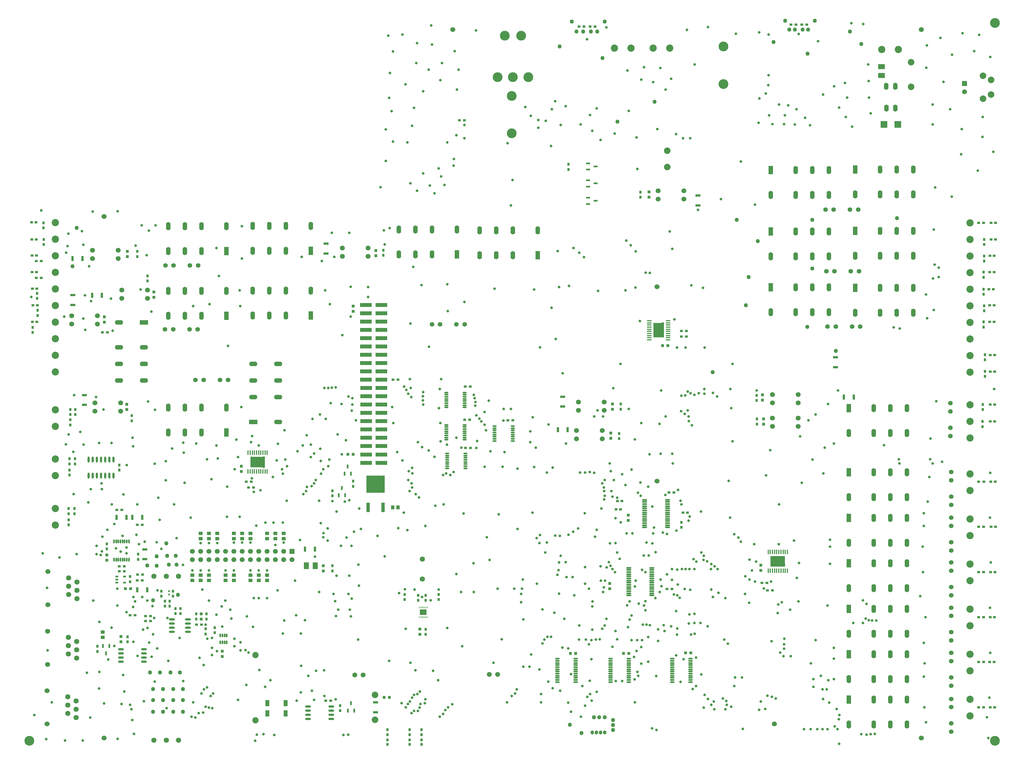
<source format=gts>
%FSLAX25Y25*%
%MOIN*%
G70*
G01*
G75*
G04 Layer_Color=8388736*
%ADD10R,0.01378X0.05512*%
%ADD11R,0.17716X0.12992*%
%ADD12R,0.07874X0.07087*%
%ADD13O,0.00787X0.02362*%
%ADD14O,0.01772X0.04528*%
%ADD15R,0.03740X0.02362*%
%ADD16R,0.04528X0.02362*%
%ADD17O,0.06299X0.01772*%
%ADD18R,0.05118X0.07480*%
%ADD19O,0.07087X0.02362*%
%ADD20O,0.02362X0.07284*%
%ADD21O,0.07284X0.02362*%
%ADD22R,0.03543X0.02953*%
%ADD23R,0.04331X0.11221*%
%ADD24R,0.22244X0.20866*%
%ADD25R,0.08268X0.08071*%
%ADD26R,0.14488X0.05000*%
%ADD27O,0.05512X0.08465*%
%ADD28R,0.05906X0.07874*%
%ADD29R,0.03543X0.03347*%
%ADD30R,0.05118X0.03937*%
%ADD31O,0.05512X0.01772*%
%ADD32O,0.05118X0.01772*%
%ADD33R,0.03150X0.06496*%
%ADD34R,0.03543X0.03150*%
%ADD35R,0.01969X0.02362*%
%ADD36R,0.03937X0.05118*%
%ADD37R,0.03150X0.03543*%
%ADD38R,0.02362X0.04528*%
%ADD39R,0.03347X0.03543*%
%ADD40R,0.02953X0.03543*%
%ADD41R,0.06496X0.03150*%
%ADD42R,0.07874X0.05906*%
%ADD43R,0.05512X0.01378*%
%ADD44R,0.12992X0.17716*%
%ADD45O,0.01772X0.05118*%
%ADD46C,0.03937*%
%ADD47C,0.01000*%
%ADD48C,0.00787*%
%ADD49C,0.02953*%
%ADD50C,0.03937*%
%ADD51C,0.01969*%
%ADD52C,0.04331*%
%ADD53C,0.02000*%
%ADD54C,0.07874*%
%ADD55C,0.08661*%
%ADD56C,0.06299*%
%ADD57C,0.05906*%
%ADD58C,0.01181*%
%ADD59C,0.11811*%
%ADD60C,0.02756*%
%ADD61C,0.01575*%
%ADD62C,0.05906*%
%ADD63C,0.06299*%
%ADD64C,0.06000*%
%ADD65C,0.11811*%
%ADD66C,0.07874*%
%ADD67R,0.05906X0.05906*%
%ADD68R,0.05906X0.05906*%
%ADD69O,0.04331X0.04724*%
%ADD70P,0.08097X8X292.5*%
%ADD71C,0.07480*%
%ADD72C,0.05512*%
%ADD73R,0.05512X0.09843*%
%ADD74O,0.05512X0.09843*%
%ADD75C,0.08661*%
%ADD76R,0.09843X0.05512*%
%ADD77O,0.09843X0.05512*%
%ADD78C,0.02598*%
%ADD79C,0.03150*%
%ADD80C,0.05000*%
%ADD81R,0.09843X0.14961*%
%ADD82R,0.03347X0.02559*%
%ADD83R,0.06496X0.04921*%
%ADD84R,0.05000X0.14488*%
%ADD85R,0.43307X0.31102*%
%ADD86R,0.04331X0.11417*%
%ADD87R,0.08858X0.09449*%
%ADD88R,0.08858X0.11417*%
%ADD89R,0.06890X0.08268*%
%ADD90R,0.06890X0.07087*%
%ADD91R,0.06890X0.11417*%
%ADD92R,0.14961X0.09843*%
%ADD93R,0.04921X0.06496*%
%ADD94C,0.09843*%
%ADD95C,0.11417*%
%ADD96C,0.04724*%
%ADD97C,0.00984*%
%ADD98C,0.02362*%
%ADD99C,0.00800*%
%ADD100C,0.11811*%
D10*
X2383484Y1587181D02*
D03*
X2386043D02*
D03*
X2388602D02*
D03*
X2391161D02*
D03*
X2393720D02*
D03*
X2396280D02*
D03*
X2398839D02*
D03*
X2401398D02*
D03*
X2403957D02*
D03*
X2406516D02*
D03*
X2383484Y1609819D02*
D03*
X2386043D02*
D03*
X2388602D02*
D03*
X2391161D02*
D03*
X2393720D02*
D03*
X2396280D02*
D03*
X2398839D02*
D03*
X2401398D02*
D03*
X2403957D02*
D03*
X2406516D02*
D03*
X1756984Y1706681D02*
D03*
X1759543D02*
D03*
X1762102D02*
D03*
X1764661D02*
D03*
X1767220D02*
D03*
X1769780D02*
D03*
X1772339D02*
D03*
X1774898D02*
D03*
X1777457D02*
D03*
X1780016D02*
D03*
X1756984Y1729319D02*
D03*
X1759543D02*
D03*
X1762102D02*
D03*
X1764661D02*
D03*
X1767220D02*
D03*
X1769780D02*
D03*
X1772339D02*
D03*
X1774898D02*
D03*
X1777457D02*
D03*
X1780016D02*
D03*
D11*
X2395000Y1598500D02*
D03*
X1768500Y1718000D02*
D03*
D12*
X1968000Y1537000D02*
D03*
D13*
X1972724Y1531094D02*
D03*
X1971150D02*
D03*
X1969575D02*
D03*
X1968000D02*
D03*
X1966425D02*
D03*
X1964850D02*
D03*
X1963276D02*
D03*
Y1542906D02*
D03*
X1964850D02*
D03*
X1966425D02*
D03*
X1968000D02*
D03*
X1969575D02*
D03*
X1971150D02*
D03*
X1972724D02*
D03*
D14*
X1723661Y1500768D02*
D03*
X1726221D02*
D03*
X1728779D02*
D03*
X1731339D02*
D03*
X1723661Y1509232D02*
D03*
X1726221D02*
D03*
X1728779D02*
D03*
X1731339D02*
D03*
D15*
X1608126Y1580240D02*
D03*
Y1572760D02*
D03*
X1598874D02*
D03*
Y1576500D02*
D03*
Y1580240D02*
D03*
D16*
X2166571Y2057740D02*
D03*
Y2050260D02*
D03*
X2175429Y2054000D02*
D03*
Y2074500D02*
D03*
X2166571Y2070760D02*
D03*
Y2078240D02*
D03*
Y2036740D02*
D03*
Y2029260D02*
D03*
X2175429Y2033000D02*
D03*
D17*
X2215721Y1590634D02*
D03*
Y1588075D02*
D03*
Y1585516D02*
D03*
Y1582957D02*
D03*
Y1580398D02*
D03*
Y1577839D02*
D03*
Y1575280D02*
D03*
Y1572721D02*
D03*
Y1570161D02*
D03*
Y1567602D02*
D03*
Y1565043D02*
D03*
Y1562484D02*
D03*
Y1559925D02*
D03*
Y1557366D02*
D03*
X2243279Y1590634D02*
D03*
Y1588075D02*
D03*
Y1585516D02*
D03*
Y1582957D02*
D03*
Y1580398D02*
D03*
Y1577839D02*
D03*
Y1575280D02*
D03*
Y1572721D02*
D03*
Y1570161D02*
D03*
Y1567602D02*
D03*
Y1565043D02*
D03*
Y1562484D02*
D03*
Y1559925D02*
D03*
Y1557366D02*
D03*
X2234720Y1672634D02*
D03*
Y1670075D02*
D03*
Y1667516D02*
D03*
Y1664957D02*
D03*
Y1662398D02*
D03*
Y1659839D02*
D03*
Y1657280D02*
D03*
Y1654720D02*
D03*
Y1652161D02*
D03*
Y1649602D02*
D03*
Y1647043D02*
D03*
Y1644484D02*
D03*
Y1641925D02*
D03*
Y1639366D02*
D03*
X2262280Y1672634D02*
D03*
Y1670075D02*
D03*
Y1667516D02*
D03*
Y1664957D02*
D03*
Y1662398D02*
D03*
Y1659839D02*
D03*
Y1657280D02*
D03*
Y1654720D02*
D03*
Y1652161D02*
D03*
Y1649602D02*
D03*
Y1647043D02*
D03*
Y1644484D02*
D03*
Y1641925D02*
D03*
Y1639366D02*
D03*
D18*
X1802110Y1427528D02*
D03*
X1780260Y1427626D02*
D03*
Y1415126D02*
D03*
X1802110D02*
D03*
D19*
X1603866Y1492500D02*
D03*
Y1487500D02*
D03*
Y1482500D02*
D03*
Y1477500D02*
D03*
X1631622Y1492500D02*
D03*
Y1487500D02*
D03*
Y1482500D02*
D03*
Y1477500D02*
D03*
X1829366Y1423500D02*
D03*
Y1418500D02*
D03*
Y1413500D02*
D03*
Y1408500D02*
D03*
X1857122Y1423500D02*
D03*
Y1418500D02*
D03*
Y1413500D02*
D03*
Y1408500D02*
D03*
D20*
X1565000Y1701854D02*
D03*
X1570000D02*
D03*
X1575000D02*
D03*
X1580000D02*
D03*
X1585000D02*
D03*
X1590000D02*
D03*
X1595000D02*
D03*
X1565000Y1721146D02*
D03*
X1570000D02*
D03*
X1575000D02*
D03*
X1580000D02*
D03*
X1585000D02*
D03*
X1590000D02*
D03*
X1595000D02*
D03*
D21*
X1665354Y1528500D02*
D03*
Y1523500D02*
D03*
Y1518500D02*
D03*
Y1513500D02*
D03*
X1684646Y1528500D02*
D03*
Y1523500D02*
D03*
Y1518500D02*
D03*
Y1513500D02*
D03*
D22*
X2655709Y1966681D02*
D03*
X2650394D02*
D03*
X2207158Y1671000D02*
D03*
X2201842D02*
D03*
X2280843Y1657000D02*
D03*
X2286157D02*
D03*
X2205658Y1661000D02*
D03*
X2200343D02*
D03*
X1497342Y1887000D02*
D03*
X1502658D02*
D03*
X1497843Y1907000D02*
D03*
X1503158D02*
D03*
X1497342Y1927000D02*
D03*
X1502658D02*
D03*
X1496842Y1947000D02*
D03*
X1502157D02*
D03*
X2656157Y1847000D02*
D03*
X2650842D02*
D03*
X2656157Y1827000D02*
D03*
X2650842D02*
D03*
X2656157Y1787500D02*
D03*
X2650842D02*
D03*
X1496342Y2007000D02*
D03*
X1501657D02*
D03*
X1496500Y1986500D02*
D03*
X1501815D02*
D03*
X1496842Y1967000D02*
D03*
X1502157D02*
D03*
X2656157Y1422500D02*
D03*
X2650842D02*
D03*
X2655658Y1477000D02*
D03*
X2650343D02*
D03*
X2656051Y1531181D02*
D03*
X2650736D02*
D03*
X2656657Y1585500D02*
D03*
X2651343D02*
D03*
X2655658Y1887000D02*
D03*
X2650343D02*
D03*
X2655658Y1907000D02*
D03*
X2650343D02*
D03*
X2654658Y1926500D02*
D03*
X2649343D02*
D03*
X2655658Y1947000D02*
D03*
X2650343D02*
D03*
X2656157Y1767000D02*
D03*
X2650842D02*
D03*
X2657158Y2006500D02*
D03*
X2651842D02*
D03*
X2657158Y1986500D02*
D03*
X2651842D02*
D03*
X2656764Y1694319D02*
D03*
X2651449D02*
D03*
X2657158Y1640000D02*
D03*
X2651842D02*
D03*
D23*
X1901484Y1663465D02*
D03*
X1919516D02*
D03*
D24*
X1910500Y1691417D02*
D03*
D25*
X2539465Y2125000D02*
D03*
X2522732D02*
D03*
D26*
X1917606Y1807362D02*
D03*
Y1797362D02*
D03*
Y1787362D02*
D03*
Y1777362D02*
D03*
Y1767362D02*
D03*
Y1757362D02*
D03*
Y1747362D02*
D03*
Y1737362D02*
D03*
X1899201Y1737362D02*
D03*
Y1747362D02*
D03*
Y1757362D02*
D03*
Y1767362D02*
D03*
Y1777362D02*
D03*
Y1787362D02*
D03*
Y1797362D02*
D03*
Y1807362D02*
D03*
Y1727283D02*
D03*
Y1717283D02*
D03*
X1917606Y1717283D02*
D03*
Y1727283D02*
D03*
X1917409Y1827382D02*
D03*
Y1817382D02*
D03*
X1899004Y1817382D02*
D03*
Y1827382D02*
D03*
Y1907461D02*
D03*
Y1897461D02*
D03*
Y1887461D02*
D03*
Y1877461D02*
D03*
Y1867461D02*
D03*
Y1857461D02*
D03*
Y1847461D02*
D03*
Y1837461D02*
D03*
X1917409Y1837461D02*
D03*
Y1847461D02*
D03*
Y1857461D02*
D03*
Y1867461D02*
D03*
Y1877461D02*
D03*
Y1887461D02*
D03*
Y1897461D02*
D03*
Y1907461D02*
D03*
D27*
X2525921Y2144925D02*
D03*
X2536669Y2144886D02*
D03*
X2525567Y2171106D02*
D03*
X2536472Y2171106D02*
D03*
D28*
X1827283Y1593000D02*
D03*
X1837913D02*
D03*
D29*
X1883650Y1727500D02*
D03*
X1877350D02*
D03*
X2262650Y1858500D02*
D03*
X2256350D02*
D03*
X1920850Y1434500D02*
D03*
X1927150D02*
D03*
X2151650Y1487500D02*
D03*
X2145350D02*
D03*
X2215650D02*
D03*
X2209350D02*
D03*
X2290150Y1488000D02*
D03*
X2283850D02*
D03*
X1609350Y1565500D02*
D03*
X1615650D02*
D03*
D30*
X1582000Y1506850D02*
D03*
Y1513150D02*
D03*
X1780000Y1625850D02*
D03*
Y1632150D02*
D03*
Y1575350D02*
D03*
Y1581650D02*
D03*
X1800000Y1625850D02*
D03*
Y1632150D02*
D03*
X1770000Y1575350D02*
D03*
Y1581650D02*
D03*
X1790000Y1625850D02*
D03*
Y1632150D02*
D03*
X1760000Y1575350D02*
D03*
Y1581650D02*
D03*
Y1625850D02*
D03*
Y1632150D02*
D03*
X1740000Y1575350D02*
D03*
Y1581650D02*
D03*
X1750000Y1625850D02*
D03*
Y1632150D02*
D03*
X1730000Y1575350D02*
D03*
Y1581650D02*
D03*
X1740000Y1625850D02*
D03*
Y1632150D02*
D03*
X1710000Y1575350D02*
D03*
Y1581650D02*
D03*
X1720000Y1625850D02*
D03*
Y1632150D02*
D03*
X1700000Y1575350D02*
D03*
Y1581650D02*
D03*
X1710000Y1625850D02*
D03*
Y1632150D02*
D03*
X1690000Y1575350D02*
D03*
Y1581650D02*
D03*
X1700000Y1625850D02*
D03*
Y1632150D02*
D03*
D31*
X2193476Y1481075D02*
D03*
Y1478516D02*
D03*
Y1475957D02*
D03*
Y1473398D02*
D03*
Y1470839D02*
D03*
Y1468279D02*
D03*
Y1465720D02*
D03*
Y1463161D02*
D03*
Y1460602D02*
D03*
Y1458043D02*
D03*
Y1455484D02*
D03*
Y1452925D02*
D03*
X2215524Y1481075D02*
D03*
Y1478516D02*
D03*
Y1475957D02*
D03*
Y1473398D02*
D03*
Y1470839D02*
D03*
Y1468279D02*
D03*
Y1465720D02*
D03*
Y1463161D02*
D03*
Y1460602D02*
D03*
Y1458043D02*
D03*
Y1455484D02*
D03*
Y1452925D02*
D03*
X2129669Y1481075D02*
D03*
Y1478516D02*
D03*
Y1475957D02*
D03*
Y1473398D02*
D03*
Y1470839D02*
D03*
Y1468279D02*
D03*
Y1465720D02*
D03*
Y1463161D02*
D03*
Y1460602D02*
D03*
Y1458043D02*
D03*
Y1455484D02*
D03*
Y1452925D02*
D03*
X2151716Y1481075D02*
D03*
Y1478516D02*
D03*
Y1475957D02*
D03*
Y1473398D02*
D03*
Y1470839D02*
D03*
Y1468279D02*
D03*
Y1465720D02*
D03*
Y1463161D02*
D03*
Y1460602D02*
D03*
Y1458043D02*
D03*
Y1455484D02*
D03*
Y1452925D02*
D03*
X2267976Y1481075D02*
D03*
Y1478516D02*
D03*
Y1475957D02*
D03*
Y1473398D02*
D03*
Y1470839D02*
D03*
Y1468279D02*
D03*
Y1465720D02*
D03*
Y1463161D02*
D03*
Y1460602D02*
D03*
Y1458043D02*
D03*
Y1455484D02*
D03*
Y1452925D02*
D03*
X2290024Y1481075D02*
D03*
Y1478516D02*
D03*
Y1475957D02*
D03*
Y1473398D02*
D03*
Y1470839D02*
D03*
Y1468279D02*
D03*
Y1465720D02*
D03*
Y1463161D02*
D03*
Y1460602D02*
D03*
Y1458043D02*
D03*
Y1455484D02*
D03*
Y1452925D02*
D03*
D32*
X2019024Y1710543D02*
D03*
Y1713102D02*
D03*
Y1715661D02*
D03*
Y1718221D02*
D03*
Y1720779D02*
D03*
Y1723339D02*
D03*
Y1725898D02*
D03*
Y1728457D02*
D03*
X1996976Y1710543D02*
D03*
Y1713102D02*
D03*
Y1715661D02*
D03*
Y1718221D02*
D03*
Y1720779D02*
D03*
Y1723339D02*
D03*
Y1725898D02*
D03*
Y1728457D02*
D03*
X2018024Y1784043D02*
D03*
Y1786602D02*
D03*
Y1789161D02*
D03*
Y1791721D02*
D03*
Y1794279D02*
D03*
Y1796839D02*
D03*
Y1799398D02*
D03*
Y1801957D02*
D03*
X1995976Y1784043D02*
D03*
Y1786602D02*
D03*
Y1789161D02*
D03*
Y1791721D02*
D03*
Y1794279D02*
D03*
Y1796839D02*
D03*
Y1799398D02*
D03*
Y1801957D02*
D03*
X2018024Y1745043D02*
D03*
Y1747602D02*
D03*
Y1750161D02*
D03*
Y1752720D02*
D03*
Y1755280D02*
D03*
Y1757839D02*
D03*
Y1760398D02*
D03*
Y1762957D02*
D03*
X1995976Y1745043D02*
D03*
Y1747602D02*
D03*
Y1750161D02*
D03*
Y1752720D02*
D03*
Y1755280D02*
D03*
Y1757839D02*
D03*
Y1760398D02*
D03*
Y1762957D02*
D03*
X2076024Y1743543D02*
D03*
Y1746102D02*
D03*
Y1748661D02*
D03*
Y1751221D02*
D03*
Y1753779D02*
D03*
Y1756339D02*
D03*
Y1758898D02*
D03*
Y1761457D02*
D03*
X2053976Y1743543D02*
D03*
Y1746102D02*
D03*
Y1748661D02*
D03*
Y1751221D02*
D03*
Y1753779D02*
D03*
Y1756339D02*
D03*
Y1758898D02*
D03*
Y1761457D02*
D03*
D33*
X2474594Y1796500D02*
D03*
X2486406D02*
D03*
X1635406Y1564000D02*
D03*
X1623594D02*
D03*
X1598594Y1651500D02*
D03*
X1610406D02*
D03*
X1629406D02*
D03*
X1617595D02*
D03*
X1837406Y1613000D02*
D03*
X1825595D02*
D03*
X1580906Y1919000D02*
D03*
X1569094D02*
D03*
X1557405Y1963500D02*
D03*
X1545595D02*
D03*
X2141906Y1757000D02*
D03*
X2130095D02*
D03*
D34*
X1614949Y1533500D02*
D03*
X1621051D02*
D03*
X1623449Y1642500D02*
D03*
X1629551D02*
D03*
X1605051Y1660500D02*
D03*
X1598949D02*
D03*
X1639551Y1526500D02*
D03*
X1633449D02*
D03*
X1701051Y1522000D02*
D03*
X1694949D02*
D03*
X1633449Y1532500D02*
D03*
X1639551D02*
D03*
X1856551Y1430500D02*
D03*
X1850449D02*
D03*
X2018449Y1809000D02*
D03*
X2024551D02*
D03*
X1623949Y1582500D02*
D03*
X1630051D02*
D03*
X1623449Y1575500D02*
D03*
X1629551D02*
D03*
X2076051Y1768500D02*
D03*
X2069949D02*
D03*
X1608051Y1592500D02*
D03*
X1601949D02*
D03*
X1608051Y1586500D02*
D03*
X1601949D02*
D03*
X2017949Y1769000D02*
D03*
X2024051D02*
D03*
X2018949Y1735000D02*
D03*
X2025051D02*
D03*
X1761051Y1694500D02*
D03*
X1754949D02*
D03*
X1763551Y1687500D02*
D03*
X1757449D02*
D03*
X2017551Y2130000D02*
D03*
X2011449D02*
D03*
X2278949Y1869500D02*
D03*
X2285051D02*
D03*
X2278949Y1876000D02*
D03*
X2285051D02*
D03*
X2270051Y1681500D02*
D03*
X2263949D02*
D03*
X2261449Y1565000D02*
D03*
X2267551D02*
D03*
X2382051Y1572500D02*
D03*
X2375949D02*
D03*
X2388551Y1563500D02*
D03*
X2382449D02*
D03*
X1508051Y1940000D02*
D03*
X1501949D02*
D03*
X1581449Y1874500D02*
D03*
X1587551D02*
D03*
X1501949Y1960500D02*
D03*
X1508051D02*
D03*
X2636949Y1422500D02*
D03*
X2643051D02*
D03*
X2636949Y1477000D02*
D03*
X2643051D02*
D03*
X2636843Y1531181D02*
D03*
X2642945D02*
D03*
X2636949Y1585500D02*
D03*
X2643051D02*
D03*
X2643158Y1694319D02*
D03*
X2637055D02*
D03*
X2643051Y1640000D02*
D03*
X2636949D02*
D03*
X2643051Y2006500D02*
D03*
X2636949D02*
D03*
X1931449Y1817500D02*
D03*
X1937551D02*
D03*
X2161551Y2243000D02*
D03*
X2155449D02*
D03*
X2168949D02*
D03*
X2175051D02*
D03*
X2417051Y2245500D02*
D03*
X2410949D02*
D03*
X2423949D02*
D03*
X2430051D02*
D03*
D35*
X1662000Y1562469D02*
D03*
Y1558531D02*
D03*
D36*
X1937650Y1663500D02*
D03*
X1931350D02*
D03*
D37*
X2143000Y2077051D02*
D03*
Y2070949D02*
D03*
X1883500Y1695051D02*
D03*
Y1688949D02*
D03*
X1858500Y1683551D02*
D03*
Y1677449D02*
D03*
X1624500Y1600949D02*
D03*
Y1607051D02*
D03*
X1706000Y1510949D02*
D03*
Y1517051D02*
D03*
X1652500Y1556449D02*
D03*
Y1562551D02*
D03*
X1662500Y1544449D02*
D03*
Y1550551D02*
D03*
X1666500Y1562551D02*
D03*
Y1556449D02*
D03*
X1694500Y1535051D02*
D03*
Y1528949D02*
D03*
X1858500Y1593051D02*
D03*
Y1586949D02*
D03*
X1612000Y1501449D02*
D03*
Y1507551D02*
D03*
X1707000Y1528949D02*
D03*
Y1535051D02*
D03*
X1675500Y1535449D02*
D03*
Y1541551D02*
D03*
X1602000Y1714551D02*
D03*
Y1708449D02*
D03*
X1549000Y1775449D02*
D03*
Y1781551D02*
D03*
X1717000Y1512449D02*
D03*
Y1518551D02*
D03*
X1548500Y1715949D02*
D03*
Y1722051D02*
D03*
X1548000Y1655949D02*
D03*
Y1662051D02*
D03*
X1587000Y1613449D02*
D03*
Y1619551D02*
D03*
X1615000Y1580051D02*
D03*
Y1573949D02*
D03*
X1986500Y1558551D02*
D03*
Y1552449D02*
D03*
X1945500Y1558551D02*
D03*
Y1552449D02*
D03*
X1971000Y1557551D02*
D03*
Y1551449D02*
D03*
X1962000Y1557551D02*
D03*
Y1551449D02*
D03*
X1971000Y1516551D02*
D03*
Y1510449D02*
D03*
X2279000Y1645551D02*
D03*
Y1639449D02*
D03*
X1669500Y1535449D02*
D03*
Y1541551D02*
D03*
X1657000Y1544449D02*
D03*
Y1550551D02*
D03*
X1966000Y1389449D02*
D03*
Y1395551D02*
D03*
X1951500Y1389449D02*
D03*
Y1395551D02*
D03*
X1868000Y1418449D02*
D03*
Y1424551D02*
D03*
X1617000Y1774051D02*
D03*
Y1767949D02*
D03*
X2206000Y1788051D02*
D03*
Y1781949D02*
D03*
X1636000Y1936449D02*
D03*
Y1942551D02*
D03*
X2369500Y1792449D02*
D03*
Y1798551D02*
D03*
X1497500Y1874449D02*
D03*
Y1880551D02*
D03*
X1503500Y1894949D02*
D03*
Y1901051D02*
D03*
X1503000Y1915449D02*
D03*
Y1921551D02*
D03*
X1920000Y1967449D02*
D03*
Y1973551D02*
D03*
X2644500Y1847551D02*
D03*
Y1841449D02*
D03*
Y1827551D02*
D03*
Y1821449D02*
D03*
X2642000Y1787551D02*
D03*
Y1781449D02*
D03*
X1510500Y2006551D02*
D03*
Y2000449D02*
D03*
X1511000Y1986551D02*
D03*
Y1980449D02*
D03*
X1575500Y1489949D02*
D03*
Y1496051D02*
D03*
X1623500Y1972051D02*
D03*
Y1965949D02*
D03*
X2229500Y2037449D02*
D03*
Y2043551D02*
D03*
X2204000Y1752551D02*
D03*
Y1746449D02*
D03*
X2370000Y1763949D02*
D03*
Y1770051D02*
D03*
X2643000Y1880949D02*
D03*
Y1887051D02*
D03*
X2643500Y1900449D02*
D03*
Y1906551D02*
D03*
X2643000Y1920449D02*
D03*
Y1926551D02*
D03*
Y1940949D02*
D03*
Y1947051D02*
D03*
X1543000Y1762949D02*
D03*
Y1769051D02*
D03*
Y1781551D02*
D03*
Y1775449D02*
D03*
X2641500Y1767051D02*
D03*
Y1760949D02*
D03*
X1925000Y1389449D02*
D03*
Y1395551D02*
D03*
X2643500Y1986551D02*
D03*
Y1980449D02*
D03*
Y1966551D02*
D03*
Y1960449D02*
D03*
X1542000Y1702449D02*
D03*
Y1708551D02*
D03*
Y1722051D02*
D03*
Y1715949D02*
D03*
X1541000Y1642449D02*
D03*
Y1648551D02*
D03*
Y1662051D02*
D03*
Y1655949D02*
D03*
D38*
X1870000Y1686929D02*
D03*
X1873740Y1678071D02*
D03*
X1866260D02*
D03*
X1877000Y1712929D02*
D03*
X1880740Y1704071D02*
D03*
X1873260D02*
D03*
X1877260Y1418571D02*
D03*
X1884740D02*
D03*
X1881000Y1427429D02*
D03*
X1589740Y1496429D02*
D03*
X1582260D02*
D03*
X1586000Y1487571D02*
D03*
D39*
X1749000Y1706850D02*
D03*
Y1713150D02*
D03*
X2215000Y1654150D02*
D03*
Y1647850D02*
D03*
X2192500Y1571650D02*
D03*
Y1565350D02*
D03*
X2374500Y1587350D02*
D03*
Y1593650D02*
D03*
X1847500Y1593150D02*
D03*
Y1586850D02*
D03*
X1611000Y1787650D02*
D03*
Y1781350D02*
D03*
X2196000Y1788150D02*
D03*
Y1781850D02*
D03*
X1643500Y1923150D02*
D03*
Y1916850D02*
D03*
X2376500Y1792850D02*
D03*
Y1799150D02*
D03*
X1604000Y1501350D02*
D03*
Y1507650D02*
D03*
X1584000Y1893150D02*
D03*
Y1886850D02*
D03*
X1911000Y1973150D02*
D03*
Y1966850D02*
D03*
X1611500Y1972150D02*
D03*
Y1965850D02*
D03*
X2240000Y2037350D02*
D03*
Y2043650D02*
D03*
X1700500Y1528850D02*
D03*
Y1535150D02*
D03*
X2194000Y1753150D02*
D03*
Y1746850D02*
D03*
X2378000Y1763850D02*
D03*
Y1770150D02*
D03*
X1883500Y1899850D02*
D03*
Y1906150D02*
D03*
X1726000Y1490150D02*
D03*
Y1483850D02*
D03*
X1587000Y1606150D02*
D03*
Y1599850D02*
D03*
X1964000Y1516650D02*
D03*
Y1510350D02*
D03*
D40*
X1966000Y1377843D02*
D03*
Y1383158D02*
D03*
X1951500Y1377843D02*
D03*
Y1383158D02*
D03*
X1925000Y1377843D02*
D03*
Y1383158D02*
D03*
D41*
X1910500Y1428405D02*
D03*
Y1416595D02*
D03*
X1632500Y1612906D02*
D03*
Y1601094D02*
D03*
X1560000Y1787094D02*
D03*
Y1798906D02*
D03*
X2136000Y1785094D02*
D03*
Y1796906D02*
D03*
X2464500Y1832594D02*
D03*
Y1844406D02*
D03*
X1546000Y1907594D02*
D03*
Y1919406D02*
D03*
X1851000Y1969595D02*
D03*
Y1981405D02*
D03*
X2299000Y2039405D02*
D03*
Y2027595D02*
D03*
D42*
X2520000Y2194716D02*
D03*
Y2184087D02*
D03*
D43*
X2262819Y1865484D02*
D03*
Y1868043D02*
D03*
Y1870602D02*
D03*
Y1873161D02*
D03*
Y1875720D02*
D03*
Y1878279D02*
D03*
Y1880839D02*
D03*
Y1883398D02*
D03*
Y1885957D02*
D03*
Y1888516D02*
D03*
X2240181Y1865484D02*
D03*
Y1868043D02*
D03*
Y1870602D02*
D03*
Y1873161D02*
D03*
Y1875720D02*
D03*
Y1878279D02*
D03*
Y1880839D02*
D03*
Y1883398D02*
D03*
Y1885957D02*
D03*
Y1888516D02*
D03*
D44*
X2251500Y1877000D02*
D03*
D45*
X1613457Y1622524D02*
D03*
X1610898D02*
D03*
X1608339D02*
D03*
X1605779D02*
D03*
X1603221D02*
D03*
X1600661D02*
D03*
X1598102D02*
D03*
X1595543D02*
D03*
X1613457Y1600476D02*
D03*
X1610898D02*
D03*
X1608339D02*
D03*
X1605779D02*
D03*
X1603221D02*
D03*
X1600661D02*
D03*
X1598102D02*
D03*
X1595543D02*
D03*
D62*
X2419500Y1761000D02*
D03*
Y1771000D02*
D03*
X2388516D02*
D03*
Y1761000D02*
D03*
X1810000Y1600500D02*
D03*
X1800000Y1610500D02*
D03*
Y1600500D02*
D03*
X1790000Y1610500D02*
D03*
Y1600500D02*
D03*
X1780000Y1610500D02*
D03*
Y1600500D02*
D03*
X1770000Y1610500D02*
D03*
Y1600500D02*
D03*
X1760000Y1610500D02*
D03*
Y1600500D02*
D03*
X1750000Y1610500D02*
D03*
Y1600500D02*
D03*
X1740000Y1610500D02*
D03*
Y1600500D02*
D03*
X1730000Y1610500D02*
D03*
Y1600500D02*
D03*
X1720000Y1610500D02*
D03*
Y1600500D02*
D03*
X1710000Y1610500D02*
D03*
Y1600500D02*
D03*
X1700000Y1610500D02*
D03*
Y1600500D02*
D03*
X1690000Y1610500D02*
D03*
Y1600500D02*
D03*
X2620000Y2164500D02*
D03*
X2047500Y1462000D02*
D03*
X2057500D02*
D03*
X1572500Y1789500D02*
D03*
Y1779500D02*
D03*
X1603484D02*
D03*
Y1789500D02*
D03*
X2155000Y1790500D02*
D03*
Y1780500D02*
D03*
X2185984D02*
D03*
Y1790500D02*
D03*
X1605000Y1925500D02*
D03*
Y1915500D02*
D03*
X1635984D02*
D03*
Y1925500D02*
D03*
X2419500Y1789500D02*
D03*
Y1799500D02*
D03*
X2388516D02*
D03*
Y1789500D02*
D03*
X1544500Y1894500D02*
D03*
Y1884500D02*
D03*
X1575484D02*
D03*
Y1894500D02*
D03*
X1870500Y1976000D02*
D03*
Y1966000D02*
D03*
X1901484D02*
D03*
Y1976000D02*
D03*
X1569500Y1973500D02*
D03*
Y1963500D02*
D03*
X1600484D02*
D03*
Y1973500D02*
D03*
X2282000Y2035000D02*
D03*
Y2045000D02*
D03*
X2251016D02*
D03*
Y2035000D02*
D03*
X2152500Y1756000D02*
D03*
Y1746000D02*
D03*
X2183484D02*
D03*
Y1756000D02*
D03*
X1885500Y1461500D02*
D03*
X1895500D02*
D03*
D63*
X1673319Y1382681D02*
D03*
X1643681D02*
D03*
X1658500D02*
D03*
Y1580319D02*
D03*
X1643681D02*
D03*
X1673319D02*
D03*
X1540000Y1435098D02*
D03*
Y1425059D02*
D03*
Y1415020D02*
D03*
X1550039Y1429980D02*
D03*
Y1420039D02*
D03*
Y1410000D02*
D03*
X1967000Y1576992D02*
D03*
Y1601008D02*
D03*
X1541000Y1578598D02*
D03*
Y1568559D02*
D03*
Y1558520D02*
D03*
X1551039Y1573480D02*
D03*
Y1563539D02*
D03*
Y1553500D02*
D03*
X1540500Y1506848D02*
D03*
Y1496809D02*
D03*
Y1486770D02*
D03*
X1550539Y1501730D02*
D03*
Y1491789D02*
D03*
Y1481750D02*
D03*
D64*
X1515000Y1442480D02*
D03*
Y1402520D02*
D03*
X1516000Y1585980D02*
D03*
Y1546020D02*
D03*
X1515500Y1514230D02*
D03*
Y1474270D02*
D03*
X2391000Y1402500D02*
D03*
X2249500Y1695000D02*
D03*
Y1929500D02*
D03*
X2568000Y1385500D02*
D03*
Y2239500D02*
D03*
X2003500D02*
D03*
X1583500Y2014000D02*
D03*
Y1385500D02*
D03*
D65*
X2057496Y2182000D02*
D03*
X2094504D02*
D03*
X2086039Y2232000D02*
D03*
X2066059D02*
D03*
X2076000Y2182000D02*
D03*
X2329500Y2219000D02*
D03*
Y2173842D02*
D03*
X2074500Y2159500D02*
D03*
Y2114342D02*
D03*
D66*
X2555500Y2200000D02*
D03*
Y2170472D02*
D03*
X2262000Y2093343D02*
D03*
Y2073657D02*
D03*
X1910000Y1437559D02*
D03*
Y1407441D02*
D03*
X2642158Y2156220D02*
D03*
Y2183780D02*
D03*
X2652000Y2161142D02*
D03*
Y2178858D02*
D03*
D67*
X1810000Y1610500D02*
D03*
D68*
X2620000Y2174500D02*
D03*
D69*
X2171500Y1392000D02*
D03*
X2176520D02*
D03*
X2181539D02*
D03*
X2186559D02*
D03*
D70*
X1766000Y1485500D02*
D03*
D71*
Y1406760D02*
D03*
D72*
X2453500Y1948000D02*
D03*
X2492870D02*
D03*
X2463342D02*
D03*
X2483028D02*
D03*
X2604000Y1676472D02*
D03*
Y1696157D02*
D03*
Y1666630D02*
D03*
Y1706000D02*
D03*
X2603000Y1789000D02*
D03*
Y1749630D02*
D03*
Y1779157D02*
D03*
Y1759472D02*
D03*
X2482028Y2022500D02*
D03*
X2462342D02*
D03*
X2491870D02*
D03*
X2452500D02*
D03*
X1703472Y1817000D02*
D03*
X1723158D02*
D03*
X1693630D02*
D03*
X1733000D02*
D03*
X2604000Y1432500D02*
D03*
Y1393130D02*
D03*
Y1422657D02*
D03*
Y1402972D02*
D03*
X1686528Y1878000D02*
D03*
X1666842D02*
D03*
X1696370D02*
D03*
X1657000D02*
D03*
X2604000Y1458472D02*
D03*
Y1478158D02*
D03*
Y1448630D02*
D03*
Y1488000D02*
D03*
X2484528Y1881500D02*
D03*
X2464842D02*
D03*
X2494370D02*
D03*
X2455000D02*
D03*
X2604000Y1512972D02*
D03*
Y1532658D02*
D03*
Y1503130D02*
D03*
Y1542500D02*
D03*
X1687028Y1955000D02*
D03*
X1667343D02*
D03*
X1696870D02*
D03*
X1657500D02*
D03*
X2604000Y1597000D02*
D03*
Y1557630D02*
D03*
Y1587158D02*
D03*
Y1567472D02*
D03*
Y1621472D02*
D03*
Y1641158D02*
D03*
Y1611630D02*
D03*
Y1651000D02*
D03*
X2008028Y1884000D02*
D03*
X1988342D02*
D03*
X2017870D02*
D03*
X1978500D02*
D03*
D73*
X2386575Y2070153D02*
D03*
X1730925Y1753847D02*
D03*
Y1894346D02*
D03*
X1832425Y1894847D02*
D03*
X2480575Y1783154D02*
D03*
X2488309Y1928104D02*
D03*
X2386575Y1928654D02*
D03*
X1730925Y1972346D02*
D03*
X1832425Y1972846D02*
D03*
X2480575Y1431653D02*
D03*
Y1596054D02*
D03*
X2488309Y1996654D02*
D03*
X2386575Y1996153D02*
D03*
X2480575Y1486454D02*
D03*
Y1650854D02*
D03*
X2008425Y1968346D02*
D03*
X2105925Y1967347D02*
D03*
X2480575Y1541253D02*
D03*
Y1705654D02*
D03*
X2488309Y2070654D02*
D03*
D74*
X2416575Y2070153D02*
D03*
X2436575D02*
D03*
X2456555D02*
D03*
X2386575Y2040154D02*
D03*
X2416575D02*
D03*
X2436575D02*
D03*
X2456555D02*
D03*
X1700925Y1753847D02*
D03*
X1680925D02*
D03*
X1660945D02*
D03*
X1730925Y1783846D02*
D03*
X1700925D02*
D03*
X1680925D02*
D03*
X1660945D02*
D03*
X1700925Y1894346D02*
D03*
X1680925D02*
D03*
X1660945D02*
D03*
X1730925Y1924347D02*
D03*
X1700925D02*
D03*
X1680925D02*
D03*
X1660945D02*
D03*
X1802425Y1894847D02*
D03*
X1782425D02*
D03*
X1762445D02*
D03*
X1832425Y1924846D02*
D03*
X1802425D02*
D03*
X1782425D02*
D03*
X1762445D02*
D03*
X2510575Y1783154D02*
D03*
X2530575D02*
D03*
X2550555D02*
D03*
X2480575Y1753153D02*
D03*
X2510575D02*
D03*
X2530575D02*
D03*
X2550555D02*
D03*
X2518309Y1928104D02*
D03*
X2538309D02*
D03*
X2558289D02*
D03*
X2488309Y1898104D02*
D03*
X2518309D02*
D03*
X2538309D02*
D03*
X2558289D02*
D03*
X2416575Y1928654D02*
D03*
X2436575D02*
D03*
X2456555D02*
D03*
X2386575Y1898653D02*
D03*
X2416575D02*
D03*
X2436575D02*
D03*
X2456555D02*
D03*
X1700925Y1972346D02*
D03*
X1680925D02*
D03*
X1660945D02*
D03*
X1730925Y2002346D02*
D03*
X1700925D02*
D03*
X1680925D02*
D03*
X1660945D02*
D03*
X1802425Y1972846D02*
D03*
X1782425D02*
D03*
X1762445D02*
D03*
X1832425Y2002847D02*
D03*
X1802425D02*
D03*
X1782425D02*
D03*
X1762445D02*
D03*
X2510575Y1431653D02*
D03*
X2530575D02*
D03*
X2550555D02*
D03*
X2480575Y1401653D02*
D03*
X2510575D02*
D03*
X2530575D02*
D03*
X2550555D02*
D03*
X2510575Y1596054D02*
D03*
X2530575D02*
D03*
X2550555D02*
D03*
X2480575Y1566053D02*
D03*
X2510575D02*
D03*
X2530575D02*
D03*
X2550555D02*
D03*
X2518309Y1996654D02*
D03*
X2538309D02*
D03*
X2558289D02*
D03*
X2488309Y1966653D02*
D03*
X2518309D02*
D03*
X2538309D02*
D03*
X2558289D02*
D03*
X2416575Y1996153D02*
D03*
X2436575D02*
D03*
X2456555D02*
D03*
X2386575Y1966154D02*
D03*
X2416575D02*
D03*
X2436575D02*
D03*
X2456555D02*
D03*
X2510575Y1486454D02*
D03*
X2530575D02*
D03*
X2550555D02*
D03*
X2480575Y1456454D02*
D03*
X2510575D02*
D03*
X2530575D02*
D03*
X2550555D02*
D03*
X2510575Y1650854D02*
D03*
X2530575D02*
D03*
X2550555D02*
D03*
X2480575Y1620853D02*
D03*
X2510575D02*
D03*
X2530575D02*
D03*
X2550555D02*
D03*
X1978425Y1968346D02*
D03*
X1958425D02*
D03*
X1938445D02*
D03*
X2008425Y1998347D02*
D03*
X1978425D02*
D03*
X1958425D02*
D03*
X1938445D02*
D03*
X2075925Y1967347D02*
D03*
X2055925D02*
D03*
X2035945D02*
D03*
X2105925Y1997346D02*
D03*
X2075925D02*
D03*
X2055925D02*
D03*
X2035945D02*
D03*
X2510575Y1541253D02*
D03*
X2530575D02*
D03*
X2550555D02*
D03*
X2480575Y1511254D02*
D03*
X2510575D02*
D03*
X2530575D02*
D03*
X2550555D02*
D03*
X2510575Y1705654D02*
D03*
X2530575D02*
D03*
X2550555D02*
D03*
X2480575Y1675653D02*
D03*
X2510575D02*
D03*
X2530575D02*
D03*
X2550555D02*
D03*
X2518309Y2070654D02*
D03*
X2538309D02*
D03*
X2558289D02*
D03*
X2488309Y2040653D02*
D03*
X2518309D02*
D03*
X2538309D02*
D03*
X2558289D02*
D03*
D75*
X2626500Y1747000D02*
D03*
Y1767000D02*
D03*
Y1787000D02*
D03*
X2244843Y2217079D02*
D03*
X2264842D02*
D03*
X2626500Y2006500D02*
D03*
Y1986500D02*
D03*
Y1966500D02*
D03*
Y1946500D02*
D03*
Y1926500D02*
D03*
Y1826500D02*
D03*
Y1846500D02*
D03*
Y1866500D02*
D03*
Y1886500D02*
D03*
Y1906500D02*
D03*
X1525000Y1826815D02*
D03*
Y1846815D02*
D03*
Y1866815D02*
D03*
Y1886815D02*
D03*
Y1906815D02*
D03*
Y2006815D02*
D03*
Y1986815D02*
D03*
Y1966815D02*
D03*
Y1946815D02*
D03*
Y1926815D02*
D03*
X2626579Y1412158D02*
D03*
Y1432158D02*
D03*
Y1466457D02*
D03*
Y1486458D02*
D03*
Y1520757D02*
D03*
Y1540757D02*
D03*
Y1575058D02*
D03*
Y1595057D02*
D03*
Y1629358D02*
D03*
Y1649357D02*
D03*
Y1683657D02*
D03*
Y1703658D02*
D03*
X1524921Y1781264D02*
D03*
Y1761264D02*
D03*
Y1721764D02*
D03*
Y1701764D02*
D03*
Y1662264D02*
D03*
Y1642264D02*
D03*
X2540343Y2215579D02*
D03*
X2520342D02*
D03*
X2198343Y2217079D02*
D03*
X2218343D02*
D03*
D76*
X1763346Y1766575D02*
D03*
X1631654Y1886425D02*
D03*
D77*
X1763346Y1796575D02*
D03*
Y1816575D02*
D03*
Y1836555D02*
D03*
X1793346Y1766575D02*
D03*
Y1796575D02*
D03*
Y1816575D02*
D03*
Y1836555D02*
D03*
X1631654Y1856425D02*
D03*
Y1836425D02*
D03*
Y1816445D02*
D03*
X1601653Y1886425D02*
D03*
Y1856425D02*
D03*
Y1836425D02*
D03*
Y1816445D02*
D03*
D79*
X1879000Y1672000D02*
D03*
X1842500Y1671500D02*
D03*
X1844500Y1644500D02*
D03*
X1875500Y1627000D02*
D03*
X1884500Y1634000D02*
D03*
X2106500Y2121000D02*
D03*
Y2130500D02*
D03*
X2239000Y1688500D02*
D03*
X2241000Y1946000D02*
D03*
X1877500Y1389500D02*
D03*
X2335000Y1499000D02*
D03*
X2395000Y1536000D02*
D03*
X2270000Y1558500D02*
D03*
X2289500Y1564000D02*
D03*
X2364000Y1587500D02*
D03*
X2369000Y1598000D02*
D03*
X2252500Y1764000D02*
D03*
X2286500Y1803000D02*
D03*
X1927500Y2000000D02*
D03*
X1775500Y1390000D02*
D03*
X1767500Y1389500D02*
D03*
X1954000Y1415500D02*
D03*
X1691000Y1428500D02*
D03*
X1659000Y1421500D02*
D03*
X1679000Y1454000D02*
D03*
X1644500Y1453500D02*
D03*
X1661000Y1478500D02*
D03*
X1703500Y1473500D02*
D03*
X1763000Y1519500D02*
D03*
X1726000Y1519949D02*
D03*
X1725250Y1544000D02*
D03*
X2088000Y1576500D02*
D03*
X2140500Y1579500D02*
D03*
X2181500Y1592500D02*
D03*
X1893000Y1637500D02*
D03*
X1778000Y1645000D02*
D03*
X1767000Y1641500D02*
D03*
X2352000Y1458500D02*
D03*
X2343500D02*
D03*
X2292500Y1444500D02*
D03*
X2201500Y1504500D02*
D03*
X2199500Y1514500D02*
D03*
X2183500Y1517000D02*
D03*
X1733000Y1858000D02*
D03*
X1966000Y1931500D02*
D03*
X2017500Y1911000D02*
D03*
X1610500Y1537000D02*
D03*
X2215500Y2141500D02*
D03*
X2225000Y2109500D02*
D03*
X2198500Y2114000D02*
D03*
X2266500Y2180000D02*
D03*
X2260000Y2167000D02*
D03*
X2245000Y2176000D02*
D03*
X2253500Y2193000D02*
D03*
X2230500Y2179000D02*
D03*
X2234000Y2194000D02*
D03*
X2214000Y2190000D02*
D03*
X1631661Y1429839D02*
D03*
X1615039Y1425461D02*
D03*
X2272500Y1538500D02*
D03*
X2131500Y1559500D02*
D03*
X2148000Y1579500D02*
D03*
X2150000Y1557500D02*
D03*
X2219000Y1709000D02*
D03*
X2192500Y1716500D02*
D03*
X2223000Y1745500D02*
D03*
X2230500Y1765000D02*
D03*
X2140000Y1740500D02*
D03*
X2455500Y1788000D02*
D03*
X2440500Y1775500D02*
D03*
X2097000Y1755000D02*
D03*
X2101500Y1712000D02*
D03*
X2049000Y1731000D02*
D03*
X2066000Y1730000D02*
D03*
X2063500Y1712500D02*
D03*
X2042000D02*
D03*
X2047000Y1792000D02*
D03*
X1949000Y1636000D02*
D03*
X2099500Y1657000D02*
D03*
X2059000Y1655000D02*
D03*
X2016500Y1656000D02*
D03*
X2044500Y1627500D02*
D03*
X2048000Y1600000D02*
D03*
X2028500Y1596000D02*
D03*
X2057500Y1565500D02*
D03*
X2008000Y1583000D02*
D03*
X2462500Y1740500D02*
D03*
X2523000Y1738500D02*
D03*
X2586000Y1791500D02*
D03*
X2579000Y1746500D02*
D03*
X2593000Y1718500D02*
D03*
X2577500Y1700000D02*
D03*
X2571000Y1641000D02*
D03*
X2569500Y1616000D02*
D03*
X2570000Y1585500D02*
D03*
X2573000Y1531000D02*
D03*
X2573500Y1404500D02*
D03*
X2572000Y1475500D02*
D03*
X2571000Y1459500D02*
D03*
X2571500Y1422500D02*
D03*
X2647000Y1410500D02*
D03*
X2648500Y1385500D02*
D03*
X2566500Y1556500D02*
D03*
X2571000Y1500000D02*
D03*
X2462500Y1494000D02*
D03*
X2447000Y1460500D02*
D03*
X2435000Y1475500D02*
D03*
X2420000Y1550000D02*
D03*
X2418000Y1578500D02*
D03*
X2366500Y1619000D02*
D03*
X2381000Y1702000D02*
D03*
X2450000Y1704500D02*
D03*
X2424000Y1693000D02*
D03*
X2396500Y1667000D02*
D03*
X2386000Y1732500D02*
D03*
X2337500Y1651000D02*
D03*
X2336000Y1695500D02*
D03*
X2340500Y1743000D02*
D03*
X2339000Y1783000D02*
D03*
X2583000Y1901500D02*
D03*
X2604500Y2038000D02*
D03*
X2583000Y1998500D02*
D03*
X2584500Y2049000D02*
D03*
X2211500Y1925000D02*
D03*
X2178500Y1924500D02*
D03*
X2291000Y1931000D02*
D03*
X2268000Y1975000D02*
D03*
X2367500Y2028500D02*
D03*
X2326500Y2035000D02*
D03*
X2350500Y2080500D02*
D03*
X2226000Y2071500D02*
D03*
X1880500Y1929500D02*
D03*
X2130000Y1972500D02*
D03*
X2101500Y1926000D02*
D03*
X2054000Y1927000D02*
D03*
X1997000Y1932500D02*
D03*
X1956000Y1953500D02*
D03*
X2062500Y1504500D02*
D03*
X2052500Y1476000D02*
D03*
X2015000Y1496000D02*
D03*
X1986000Y1455000D02*
D03*
X1889500Y1504000D02*
D03*
X1927000Y1478500D02*
D03*
X1913000Y1629000D02*
D03*
X1890500Y1569000D02*
D03*
X1890000Y1594500D02*
D03*
X1842500Y1561500D02*
D03*
X1813500Y1575000D02*
D03*
X1820500Y1440500D02*
D03*
X1821000Y1472500D02*
D03*
X1829500Y1460500D02*
D03*
X1820500Y1511500D02*
D03*
X1825500Y1527500D02*
D03*
X1815000Y1533500D02*
D03*
X1800500Y1527000D02*
D03*
X1799000Y1511500D02*
D03*
X1755000Y1449500D02*
D03*
X1745000Y1431500D02*
D03*
X1647500Y1493500D02*
D03*
X1765500Y1382000D02*
D03*
X1600000Y1384500D02*
D03*
X1515000Y1566500D02*
D03*
X1499500Y1413000D02*
D03*
X1520500Y1428500D02*
D03*
X1515500Y1491000D02*
D03*
X1558000Y1382500D02*
D03*
X1536500D02*
D03*
X1514000Y1384000D02*
D03*
X1567000Y1410000D02*
D03*
X1604500Y1426500D02*
D03*
X1608000Y1441500D02*
D03*
X1606500Y1461500D02*
D03*
X1583500Y1427000D02*
D03*
X1577500Y1445000D02*
D03*
X1578000Y1465000D02*
D03*
X1599500Y1545000D02*
D03*
X1578000Y1525500D02*
D03*
X1747000Y1652000D02*
D03*
X1731500D02*
D03*
X1688000Y1651000D02*
D03*
X1671000Y1626500D02*
D03*
X1678500Y1594000D02*
D03*
X1636000Y1518000D02*
D03*
X1642500Y1510500D02*
D03*
X1550500Y1607000D02*
D03*
X1530000Y1603000D02*
D03*
X1509500Y1608000D02*
D03*
X1547000Y1679500D02*
D03*
X1564500Y1669500D02*
D03*
X1607000Y1679000D02*
D03*
X1650500Y1648500D02*
D03*
X1649000Y1675000D02*
D03*
X1668000Y1667000D02*
D03*
X1680500Y1693000D02*
D03*
X1658000Y1696000D02*
D03*
X1943000Y1720000D02*
D03*
X1936500Y1730000D02*
D03*
X1875000Y1744500D02*
D03*
X1855000Y1721000D02*
D03*
X1713000Y1697500D02*
D03*
X1732000Y1688500D02*
D03*
X1707500Y1721500D02*
D03*
X1720500Y1722500D02*
D03*
X1745000Y1724000D02*
D03*
X1743000Y1745000D02*
D03*
X1762000Y1749500D02*
D03*
X1827500Y1750500D02*
D03*
X1791500Y1720000D02*
D03*
X1802000Y1721000D02*
D03*
X1869500Y1788000D02*
D03*
X1856500Y1789000D02*
D03*
X1843500Y1775500D02*
D03*
X1850500Y1770000D02*
D03*
X1679000Y1741500D02*
D03*
X1665500Y1734500D02*
D03*
X1679500Y1729500D02*
D03*
X1694500Y1740500D02*
D03*
X1749000Y1784500D02*
D03*
X1537500Y1739500D02*
D03*
X1546500Y1730500D02*
D03*
X1559000Y1739000D02*
D03*
X1555000Y1754500D02*
D03*
X1541000Y1751500D02*
D03*
X1636500Y1791000D02*
D03*
X1645000Y1781000D02*
D03*
X1710500Y1908500D02*
D03*
X1496000Y1917000D02*
D03*
X1592000Y1915000D02*
D03*
X1565500Y1954000D02*
D03*
X1747500Y1906000D02*
D03*
X1747000Y1925000D02*
D03*
X1855500Y1908500D02*
D03*
X1850000Y1925000D02*
D03*
X1846000Y1960500D02*
D03*
X1861000Y1965500D02*
D03*
X1879000Y1994500D02*
D03*
X1858000D02*
D03*
X1719000Y1976000D02*
D03*
X1621500Y1979000D02*
D03*
X1558500Y1980000D02*
D03*
X1538000Y1970500D02*
D03*
X1508000Y2021500D02*
D03*
X1600000Y2020500D02*
D03*
X1570000Y2020000D02*
D03*
X1749500Y2002500D02*
D03*
X1645500Y2003500D02*
D03*
X1629000D02*
D03*
X2636000Y2069500D02*
D03*
X2616000Y2089000D02*
D03*
X2654500Y2092000D02*
D03*
X2641500Y2110000D02*
D03*
X2642000Y2134000D02*
D03*
X2616500Y2119500D02*
D03*
X2581500Y2125000D02*
D03*
X2602500Y2143500D02*
D03*
X2581500Y2149000D02*
D03*
X2574000Y2193500D02*
D03*
X2594500Y2176500D02*
D03*
X2605000Y2209000D02*
D03*
X2631500Y2213500D02*
D03*
X2651000Y2206500D02*
D03*
X2637500Y2233000D02*
D03*
X2617500Y2235000D02*
D03*
X2591000Y2229500D02*
D03*
X2574500Y2220500D02*
D03*
X2507000Y2138500D02*
D03*
X2505000Y2157500D02*
D03*
X2504500Y2177500D02*
D03*
X2504000Y2197500D02*
D03*
X2498000Y2246000D02*
D03*
X2483500Y2247000D02*
D03*
X2443500Y2225500D02*
D03*
X2484500Y2122500D02*
D03*
X2477000Y2134000D02*
D03*
X2478500Y2157500D02*
D03*
X2469000Y2145500D02*
D03*
X2476000Y2175000D02*
D03*
X2463000Y2171000D02*
D03*
X2449500Y2161000D02*
D03*
X2388500Y2125500D02*
D03*
X2403500Y2136000D02*
D03*
X2415500Y2125000D02*
D03*
X2402500Y2125500D02*
D03*
X2434000Y2124000D02*
D03*
X2428000Y2133000D02*
D03*
X2417500Y2143500D02*
D03*
X2407500Y2148000D02*
D03*
X2396500Y2149000D02*
D03*
X2384500Y2136000D02*
D03*
X2372000Y2127000D02*
D03*
X2373000Y2156500D02*
D03*
X2380500Y2162500D02*
D03*
X2383500Y2172500D02*
D03*
X2384000Y2184500D02*
D03*
Y2233500D02*
D03*
X2372500Y2236000D02*
D03*
X2344500Y2234500D02*
D03*
X2289500Y2108500D02*
D03*
X2281000D02*
D03*
X2272500Y2113500D02*
D03*
X2295000Y2197500D02*
D03*
X2311000Y2242500D02*
D03*
X2285500Y2239000D02*
D03*
X2177000Y2144500D02*
D03*
X2250000Y2119500D02*
D03*
X2181500Y2106500D02*
D03*
X2157500Y2125000D02*
D03*
X2171500Y2117500D02*
D03*
X2115500Y2129500D02*
D03*
X2169000Y2136500D02*
D03*
X2127000Y2153000D02*
D03*
X2139500Y2147000D02*
D03*
X2123000Y2143500D02*
D03*
X2122000Y2099000D02*
D03*
X2069500Y2102500D02*
D03*
X1989500Y2062500D02*
D03*
X1997000Y2103500D02*
D03*
X1993500Y2052000D02*
D03*
X1986500Y2072000D02*
D03*
X1976000Y2051500D02*
D03*
X1968000Y2066000D02*
D03*
X1981500Y2042000D02*
D03*
X1960500Y2045000D02*
D03*
X1952500Y2054000D02*
D03*
X1916500Y2049500D02*
D03*
X1923000Y2081000D02*
D03*
Y2119000D02*
D03*
X1949000Y2103500D02*
D03*
X1931500Y2104500D02*
D03*
X1927000Y2157000D02*
D03*
X1957000Y2145000D02*
D03*
X1930000Y2141000D02*
D03*
X1954500Y2123500D02*
D03*
X1968000Y2165000D02*
D03*
X1946500Y2173500D02*
D03*
X1928000Y2187000D02*
D03*
X1959500Y2199000D02*
D03*
X1990500D02*
D03*
X1988500Y2178500D02*
D03*
X1974500Y2191000D02*
D03*
X2008500Y2167000D02*
D03*
X2010500Y2191000D02*
D03*
X2006000Y2213500D02*
D03*
X2031500Y2238500D02*
D03*
X1978500Y2221500D02*
D03*
X1977500Y2244500D02*
D03*
X1960500Y2223000D02*
D03*
X1931500Y2213000D02*
D03*
X1943000Y2233500D02*
D03*
X1926000Y2232000D02*
D03*
X1632500Y1622000D02*
D03*
X1790000Y1618000D02*
D03*
X1837406Y1604095D02*
D03*
X1792500Y1563500D02*
D03*
X1610500Y1615000D02*
D03*
X1603500Y1610000D02*
D03*
X1625500Y1619000D02*
D03*
X1618949Y1501449D02*
D03*
X1630500Y1516000D02*
D03*
X1635406Y1551095D02*
D03*
X1787449Y1645000D02*
D03*
X1799000D02*
D03*
X1819500Y1624000D02*
D03*
X1764000Y1682000D02*
D03*
X1787000Y1700000D02*
D03*
X1596000Y1643500D02*
D03*
X1622500Y1630500D02*
D03*
X1581000Y1610500D02*
D03*
X1618500Y1737000D02*
D03*
X1618000Y1747500D02*
D03*
X1593000Y1667000D02*
D03*
X1623500D02*
D03*
X1834000Y1442500D02*
D03*
X1862500Y1432000D02*
D03*
X1770500Y1467500D02*
D03*
X1719650Y1490150D02*
D03*
X1652500Y1613500D02*
D03*
X1879000Y1581000D02*
D03*
X1863500D02*
D03*
X1997000Y1518000D02*
D03*
X1580500Y1692500D02*
D03*
X1587500Y1636500D02*
D03*
X1581500Y1628000D02*
D03*
X1642000Y1544500D02*
D03*
X1957500Y1564500D02*
D03*
X1863500Y1658500D02*
D03*
X1844500Y1719500D02*
D03*
X1793000Y1740000D02*
D03*
X1832500Y1739000D02*
D03*
X1844000Y1734000D02*
D03*
X1870000Y1727500D02*
D03*
X1891000Y1662000D02*
D03*
X1834500Y1770000D02*
D03*
X1535500Y1893500D02*
D03*
X1594000Y1876500D02*
D03*
X1640500Y1899500D02*
D03*
X1627500Y1926000D02*
D03*
X1944500Y1657000D02*
D03*
X1938000Y1638500D02*
D03*
X1921500Y1604500D02*
D03*
X1637500Y1997000D02*
D03*
X1635000Y1967500D02*
D03*
X1977000Y1551500D02*
D03*
X1952500Y1476000D02*
D03*
X1784000Y1455000D02*
D03*
X1980000Y1466500D02*
D03*
X1958500Y1467000D02*
D03*
X1849000Y1436000D02*
D03*
X1836500Y1431500D02*
D03*
X1658000Y1719000D02*
D03*
X1611051Y1714551D02*
D03*
X2214500Y1519000D02*
D03*
X2230500Y1495000D02*
D03*
X2225000Y1490500D02*
D03*
X2155500Y1504000D02*
D03*
X2156000Y1521000D02*
D03*
X2186500D02*
D03*
X2185500Y1567000D02*
D03*
X2124000Y1445500D02*
D03*
X2142500Y1428000D02*
D03*
X2159500Y1448000D02*
D03*
X2168500Y1454500D02*
D03*
X2167500Y1498500D02*
D03*
X2142500Y1493500D02*
D03*
X2135500Y1494500D02*
D03*
X2196000Y1495500D02*
D03*
X1599500Y1565500D02*
D03*
X2086000Y1559000D02*
D03*
Y1549000D02*
D03*
X2171500Y1544000D02*
D03*
X2172000Y1550000D02*
D03*
X2171500Y1516000D02*
D03*
X2180500Y1504500D02*
D03*
X2176000Y1504000D02*
D03*
X1836500Y1728500D02*
D03*
X1832500Y1724000D02*
D03*
X1816500Y1731000D02*
D03*
X1823000Y1738000D02*
D03*
X1801000Y1756500D02*
D03*
X1760500Y1742000D02*
D03*
X2108000Y1620500D02*
D03*
X2104500Y1626500D02*
D03*
X2108500Y1630000D02*
D03*
X1995500Y1704500D02*
D03*
X2000500Y1702500D02*
D03*
X1992000D02*
D03*
X2129500Y1582000D02*
D03*
X2138000Y1529000D02*
D03*
X2170500Y1503500D02*
D03*
X2131500Y1597000D02*
D03*
X2131000Y1587750D02*
D03*
X1954500Y1711000D02*
D03*
X1950500Y1707000D02*
D03*
X1955000Y1704500D02*
D03*
X1853500Y1713000D02*
D03*
X1847500Y1709500D02*
D03*
X1845000Y1704000D02*
D03*
X1804000Y1713000D02*
D03*
X1798000Y1709500D02*
D03*
X1799000Y1704000D02*
D03*
X1741000Y1709500D02*
D03*
X2256500Y1885000D02*
D03*
X2246500Y1884500D02*
D03*
X1776000Y1723500D02*
D03*
Y1712500D02*
D03*
X1768500Y1718000D02*
D03*
X1761500Y1713500D02*
D03*
Y1723000D02*
D03*
X1719000Y1738000D02*
D03*
X1574000Y1796500D02*
D03*
X2119000Y1763500D02*
D03*
X2132500Y1629000D02*
D03*
X2139500Y1597500D02*
D03*
X2108500Y1856500D02*
D03*
X1975000Y1857000D02*
D03*
X1952500Y1885000D02*
D03*
X2124000Y1711500D02*
D03*
X2127000Y1629500D02*
D03*
X2133500Y1605000D02*
D03*
X1997500Y1900000D02*
D03*
X1722000Y1942500D02*
D03*
X1629551Y1555551D02*
D03*
X1619000Y1555500D02*
D03*
X1619500Y1390500D02*
D03*
X1617500Y1407000D02*
D03*
X1872000Y1389000D02*
D03*
X2170500Y1480500D02*
D03*
X2189000Y1591000D02*
D03*
X1610500Y1608000D02*
D03*
X2182000Y1575000D02*
D03*
X2187000D02*
D03*
X2247500Y1554000D02*
D03*
X2253000Y1561500D02*
D03*
X2184500D02*
D03*
X2188500Y1529000D02*
D03*
X2216500Y1528000D02*
D03*
X2314500Y1589000D02*
D03*
X2361000Y1600500D02*
D03*
X2356000Y1580500D02*
D03*
X2273000Y1635500D02*
D03*
X2275000Y1684500D02*
D03*
X2268500Y1716500D02*
D03*
X2261500Y1631500D02*
D03*
X2256500Y1633000D02*
D03*
X2245000Y1632000D02*
D03*
X2246000Y1639000D02*
D03*
X2184500Y1773000D02*
D03*
X2143000Y1630500D02*
D03*
X2163000Y1591500D02*
D03*
X2164000Y1504000D02*
D03*
X2178000Y1780500D02*
D03*
X2197000Y1807000D02*
D03*
X2163000Y1571500D02*
D03*
X2231500Y1588000D02*
D03*
X2105000Y1571500D02*
D03*
X1939000Y1560000D02*
D03*
X1880750Y1532250D02*
D03*
X1863000Y1532500D02*
D03*
X2111500Y1540500D02*
D03*
X2213500Y1545500D02*
D03*
X2235500Y1539500D02*
D03*
X2042000Y1778500D02*
D03*
X1987000Y1783000D02*
D03*
X1996500Y1739000D02*
D03*
X2008000Y1747500D02*
D03*
X2014000Y1735500D02*
D03*
X2033043Y1743543D02*
D03*
X2032000Y1735000D02*
D03*
X2004500Y1706000D02*
D03*
X2064500Y1768000D02*
D03*
X2065000Y1782000D02*
D03*
X2073500D02*
D03*
X2100000Y1772000D02*
D03*
X2174000Y1773000D02*
D03*
X1989500Y1818000D02*
D03*
X1952000D02*
D03*
X2240500Y1727500D02*
D03*
X2254000Y1728000D02*
D03*
X2268000D02*
D03*
X2148500Y1634000D02*
D03*
X1942000Y1427500D02*
D03*
X2215500Y1782000D02*
D03*
X2274000Y1588500D02*
D03*
X2279500Y1589000D02*
D03*
X2284000D02*
D03*
X2277000Y1554500D02*
D03*
X2274000Y1557500D02*
D03*
X2283000Y1565000D02*
D03*
X2232500Y1522000D02*
D03*
X2237000D02*
D03*
X2219000Y1503500D02*
D03*
X2225500D02*
D03*
X2303000Y1609000D02*
D03*
X2306000Y1605000D02*
D03*
X2305500Y1600000D02*
D03*
X2342500Y1631000D02*
D03*
X2347500Y1627000D02*
D03*
X2241000Y1521500D02*
D03*
X2231500Y1503500D02*
D03*
X2322000Y1797000D02*
D03*
X2317000Y1801500D02*
D03*
X2306500Y1800500D02*
D03*
X2315000Y1564500D02*
D03*
X2222000Y1483000D02*
D03*
X2222500Y1456000D02*
D03*
X2223000Y1428500D02*
D03*
X2207500Y1454000D02*
D03*
X2200000D02*
D03*
X2307000Y1437500D02*
D03*
X2296500Y1448000D02*
D03*
Y1482500D02*
D03*
X2118500Y1453500D02*
D03*
X2235516Y1585516D02*
D03*
X2133000Y1442500D02*
D03*
X2088500Y1528500D02*
D03*
Y1471500D02*
D03*
X2096000D02*
D03*
X2204500Y1601500D02*
D03*
X2108000Y1468000D02*
D03*
X2126000Y1536500D02*
D03*
X2216500Y1550000D02*
D03*
X2235500Y1550500D02*
D03*
X2239000Y1507000D02*
D03*
X2257500Y1521500D02*
D03*
X2127500Y1866500D02*
D03*
X2115000Y1609000D02*
D03*
X2117000Y1621000D02*
D03*
Y1705500D02*
D03*
X2098000Y1486000D02*
D03*
X2254500Y1804500D02*
D03*
X2369500D02*
D03*
X2306500Y1806000D02*
D03*
X2229000Y1888000D02*
D03*
X2270500Y1890000D02*
D03*
X2307000Y1856000D02*
D03*
X2073500Y2027500D02*
D03*
X2205500Y1836500D02*
D03*
X2340500D02*
D03*
X2273500Y1856000D02*
D03*
X2284000D02*
D03*
X2199500Y1650500D02*
D03*
X2206000Y1645500D02*
D03*
X2213000Y1632000D02*
D03*
X2220000D02*
D03*
X2233500Y1605500D02*
D03*
X2239500D02*
D03*
X2274500Y1570500D02*
D03*
X2255000Y1568500D02*
D03*
X2111500Y1499500D02*
D03*
X2114000Y1504000D02*
D03*
X2117500Y1507500D02*
D03*
X2122000D02*
D03*
X2191500Y1597500D02*
D03*
X2193500Y1593000D02*
D03*
X2196000Y1589000D02*
D03*
X2199000Y1585500D02*
D03*
X2259500Y1678500D02*
D03*
X2182500Y1662000D02*
D03*
X2162500Y1656500D02*
D03*
X2154500Y1638000D02*
D03*
X2193000Y1620000D02*
D03*
X2199500Y1620500D02*
D03*
X2201500Y1609000D02*
D03*
X2254000Y1576500D02*
D03*
X2248000Y1609500D02*
D03*
X2261543Y1582957D02*
D03*
X2237000Y1621000D02*
D03*
X2267500Y1589000D02*
D03*
Y1576250D02*
D03*
X2244000Y1620000D02*
D03*
X2157000Y1705500D02*
D03*
X2163000D02*
D03*
X2168500Y1706000D02*
D03*
X2174000Y1705000D02*
D03*
X2143500Y1930500D02*
D03*
X2131500Y1929000D02*
D03*
X2236000Y1946500D02*
D03*
X2080500Y1444000D02*
D03*
X2078500Y1439000D02*
D03*
X2295000Y1511000D02*
D03*
X2294500Y1524000D02*
D03*
X2288000Y1523500D02*
D03*
X2288500Y1534500D02*
D03*
X2294500Y1535000D02*
D03*
X2288500Y1589000D02*
D03*
X2294500D02*
D03*
X2293500Y1601000D02*
D03*
X2297000Y1598000D02*
D03*
X2278000Y1671500D02*
D03*
X2279000Y1667000D02*
D03*
X2355500Y1559000D02*
D03*
X2281500Y1480500D02*
D03*
X1579500Y1606000D02*
D03*
X1638000Y1500500D02*
D03*
X1641000Y1483500D02*
D03*
X1598000Y1614000D02*
D03*
X1574500Y1617000D02*
D03*
Y1607000D02*
D03*
X1592500Y1518500D02*
D03*
X1588500Y1480000D02*
D03*
X2360500Y1548500D02*
D03*
X2319000Y1592500D02*
D03*
X2229500Y1693500D02*
D03*
X2207500Y1703500D02*
D03*
X2194000Y1707000D02*
D03*
X2361000Y1576500D02*
D03*
X1966500Y1736000D02*
D03*
X2219000Y1533000D02*
D03*
X2387500Y1502000D02*
D03*
X2395500Y1546500D02*
D03*
X2378224Y1565776D02*
D03*
X1757500Y1488500D02*
D03*
X1754000Y1491500D02*
D03*
X1780000Y1554000D02*
D03*
X1770000D02*
D03*
X1847500Y1627500D02*
D03*
X1873500Y1670500D02*
D03*
X2310500Y1520000D02*
D03*
X2266500D02*
D03*
X2258500Y1514500D02*
D03*
X2332000Y1554000D02*
D03*
X2310000Y1598500D02*
D03*
X2315000Y1595000D02*
D03*
X2278000Y1453000D02*
D03*
X2272500Y1485000D02*
D03*
X2251000Y1502500D02*
D03*
Y1516500D02*
D03*
X2400000Y1549000D02*
D03*
X2239000Y1477500D02*
D03*
X2248500Y1460000D02*
D03*
X2403000Y1505000D02*
D03*
X2458000Y1595500D02*
D03*
Y1616000D02*
D03*
Y1624500D02*
D03*
X2455000Y1545000D02*
D03*
X2402500Y1498500D02*
D03*
Y1493000D02*
D03*
X2398000Y1488500D02*
D03*
X2440500Y1503500D02*
D03*
X2402000Y1484000D02*
D03*
X2410500D02*
D03*
X2469000Y1378500D02*
D03*
X2388500Y1602500D02*
D03*
Y1594000D02*
D03*
X2402500D02*
D03*
X2402000Y1603000D02*
D03*
X2395000Y1598500D02*
D03*
X2420500Y1596500D02*
D03*
X2289000Y1652500D02*
D03*
X2260000Y1773000D02*
D03*
X2211500Y1690500D02*
D03*
X2161500Y1965000D02*
D03*
X2156000Y1970500D02*
D03*
X2149000Y1976000D02*
D03*
X2224000Y1972000D02*
D03*
X2218000Y1979500D02*
D03*
X2212500Y1985000D02*
D03*
X2226500Y1681000D02*
D03*
X2230000Y1677354D02*
D03*
X2197398Y1696602D02*
D03*
X2183500Y1692500D02*
D03*
X2186602Y1696602D02*
D03*
X2185500Y1687500D02*
D03*
X2186000Y1683000D02*
D03*
X2186500Y1677500D02*
D03*
X2186000Y1673000D02*
D03*
X2201500Y1675000D02*
D03*
X1963000Y1675500D02*
D03*
X1772000Y1684000D02*
D03*
X2196000Y1676500D02*
D03*
X2194500Y1683000D02*
D03*
X2081500Y1710000D02*
D03*
X1959000Y1679500D02*
D03*
X1951500Y1683000D02*
D03*
X1954500Y1687500D02*
D03*
X1954000Y1692500D02*
D03*
X1949898Y1696602D02*
D03*
X1761500Y1698500D02*
D03*
X2291500Y1762500D02*
D03*
X2288000Y1767500D02*
D03*
X2287500Y1773000D02*
D03*
X2300000Y1801000D02*
D03*
X2294500Y1799000D02*
D03*
X2290000Y1801000D02*
D03*
X2286500Y1780500D02*
D03*
X2302500Y1658500D02*
D03*
X2287500Y1647500D02*
D03*
X2283500Y1798500D02*
D03*
X2283000Y1776000D02*
D03*
X2244000Y1664500D02*
D03*
X2278500Y1779500D02*
D03*
X2278949Y1798051D02*
D03*
X2367500Y1574000D02*
D03*
X2387051Y1574051D02*
D03*
X2097000Y1742000D02*
D03*
X2103500Y1735500D02*
D03*
X2081500Y1637500D02*
D03*
X1882000Y1553500D02*
D03*
X1862000Y1550500D02*
D03*
X2146000Y1417000D02*
D03*
X2110000Y1438500D02*
D03*
X2163000Y1424500D02*
D03*
X2146000Y1462500D02*
D03*
X2074500Y1436000D02*
D03*
X2177000Y1441000D02*
D03*
X2342500Y1448000D02*
D03*
X2227000Y1460500D02*
D03*
X2226000Y1465000D02*
D03*
X2303000Y1462000D02*
D03*
X2230500Y1475000D02*
D03*
X2175000Y1628000D02*
D03*
X2177000Y1636500D02*
D03*
X1881500Y1617000D02*
D03*
X1869000D02*
D03*
X1970500Y1641000D02*
D03*
X1961500Y1742000D02*
D03*
X1878000Y1559000D02*
D03*
X1860000D02*
D03*
X1992500Y1667000D02*
D03*
X1981500Y1724500D02*
D03*
X1982500Y1665500D02*
D03*
X1974500Y1732000D02*
D03*
X1865000Y1751500D02*
D03*
X1932000Y1765000D02*
D03*
X1803500Y1671500D02*
D03*
X1930500Y1784500D02*
D03*
X1947000Y1517000D02*
D03*
X1966425Y1555425D02*
D03*
X1769780Y1738000D02*
D03*
X1988000Y1806000D02*
D03*
X1953000Y1807500D02*
D03*
X1748000Y1500768D02*
D03*
Y1491000D02*
D03*
X1740500Y1505000D02*
D03*
Y1496000D02*
D03*
X1848500Y1467000D02*
D03*
X1839000Y1466500D02*
D03*
X2396280Y1619279D02*
D03*
X2122500Y1904000D02*
D03*
X2136000Y1825000D02*
D03*
X2265000Y1996153D02*
D03*
X1547406Y1798906D02*
D03*
X1921500Y1980500D02*
D03*
X1920500Y1997500D02*
D03*
X2043500Y1756500D02*
D03*
X1887000Y1768500D02*
D03*
X1989000Y1743000D02*
D03*
X1988500Y1765000D02*
D03*
X1901484Y1917016D02*
D03*
Y1928984D02*
D03*
X1749500Y1963500D02*
D03*
X1870500Y1871000D02*
D03*
X1880500Y1893500D02*
D03*
X2299000Y2022000D02*
D03*
X2133500Y2124500D02*
D03*
X1821500Y1965500D02*
D03*
X1878000Y1797000D02*
D03*
X1882500Y1795000D02*
D03*
Y1787362D02*
D03*
X1882000Y1780000D02*
D03*
X2042000Y1763000D02*
D03*
X2038000Y1767000D02*
D03*
X2035500Y1770500D02*
D03*
X2032000Y1774500D02*
D03*
X1953500Y1796500D02*
D03*
X1950000Y1800500D02*
D03*
X1947500Y1805000D02*
D03*
X1945000Y1809000D02*
D03*
X1849000Y1807500D02*
D03*
X1853500D02*
D03*
X1858000Y1807750D02*
D03*
X1862500Y1808000D02*
D03*
X1968000Y1787500D02*
D03*
X1967500Y1792500D02*
D03*
Y1797500D02*
D03*
X1968000Y1802500D02*
D03*
X2030500Y1786000D02*
D03*
X2031000Y1790500D02*
D03*
X2030000Y1795000D02*
D03*
X2029000Y1799000D02*
D03*
X1986390Y1564610D02*
D03*
X1945740Y1564760D02*
D03*
X1577500Y1741000D02*
D03*
X1592500D02*
D03*
X1567500Y1685500D02*
D03*
X1581000D02*
D03*
X1595929Y1496429D02*
D03*
X1624000Y1484500D02*
D03*
X1800000Y1621000D02*
D03*
X1760000D02*
D03*
X1750000D02*
D03*
X1740000D02*
D03*
X1720000Y1620500D02*
D03*
X1710000D02*
D03*
X1700000D02*
D03*
X1780000Y1587500D02*
D03*
X1770000D02*
D03*
X1760000D02*
D03*
X1740000D02*
D03*
X1730000D02*
D03*
X1710000D02*
D03*
X1700000D02*
D03*
X1690000D02*
D03*
X2188500Y2242000D02*
D03*
X2165193Y2227693D02*
D03*
X2420193Y2234000D02*
D03*
X2017500Y2124500D02*
D03*
X2075504Y2058000D02*
D03*
X2017500Y2108500D02*
D03*
X2008000Y2112000D02*
D03*
X2004500Y2075500D02*
D03*
X2005000Y2083500D02*
D03*
X2097500Y2135500D02*
D03*
X2091000Y2146000D02*
D03*
X2651000Y1705000D02*
D03*
X2650500Y1651000D02*
D03*
X2651500Y1597000D02*
D03*
X2650500Y1542500D02*
D03*
X2651000Y1488000D02*
D03*
X2650000Y1434000D02*
D03*
X2467000Y1396000D02*
D03*
X2455000D02*
D03*
X2463500Y1399500D02*
D03*
X2449000Y1396000D02*
D03*
X2468500Y1408250D02*
D03*
X2442500Y1396000D02*
D03*
X2469250Y1413250D02*
D03*
X2434500Y1396000D02*
D03*
X2466000Y1420500D02*
D03*
X2426500Y1396000D02*
D03*
X1539500Y1978500D02*
D03*
X1540500Y1993500D02*
D03*
X1560500Y1919000D02*
D03*
X1568000Y1912000D02*
D03*
X1558500Y1891000D02*
D03*
X1561000Y1877500D02*
D03*
X1583000Y1781500D02*
D03*
X2584000Y1956000D02*
D03*
X2582000Y1939500D02*
D03*
X2573500Y1920000D02*
D03*
X2534500Y1880500D02*
D03*
X2432000Y1768500D02*
D03*
X2422000Y1749000D02*
D03*
X2322500Y1589000D02*
D03*
X2323500Y1560500D02*
D03*
X2273500Y1510000D02*
D03*
X2290500D02*
D03*
X2302000Y1524000D02*
D03*
X2317000Y1555500D02*
D03*
X2457000Y1428000D02*
D03*
X2497500Y1524000D02*
D03*
X2486000D02*
D03*
X2462500Y1481000D02*
D03*
X2438000Y1456500D02*
D03*
Y1447000D02*
D03*
X2382500Y1436500D02*
D03*
X2274000Y1517500D02*
D03*
X2410000Y1540000D02*
D03*
X2414500Y1623500D02*
D03*
X2437000Y1721000D02*
D03*
X2451500Y1735500D02*
D03*
X2467500Y1804500D02*
D03*
X2542000Y1879000D02*
D03*
X2589000Y1952500D02*
D03*
Y1941000D02*
D03*
X2575000Y1891500D02*
D03*
X2513500Y1527000D02*
D03*
X2508500D02*
D03*
X2504500Y1527500D02*
D03*
X2501000Y1529500D02*
D03*
X2512000Y1390500D02*
D03*
X2507000Y1390000D02*
D03*
X2502000Y1389500D02*
D03*
X2495500Y1390000D02*
D03*
X2575500Y1670500D02*
D03*
X2571000Y1656500D02*
D03*
X2449500Y1432500D02*
D03*
X2374500Y1429500D02*
D03*
X2311000Y1432500D02*
D03*
X2329000Y1433000D02*
D03*
X2333000Y1430000D02*
D03*
X2318000Y1429500D02*
D03*
X2333500Y1425500D02*
D03*
X2315000D02*
D03*
X2339000Y1423000D02*
D03*
X2332000Y1420000D02*
D03*
X2306000Y1422000D02*
D03*
X2318500Y1420000D02*
D03*
X2655500Y1806000D02*
D03*
X2578500Y1721500D02*
D03*
X2581500Y1716500D02*
D03*
X2541000Y1721500D02*
D03*
X2541500Y1716500D02*
D03*
X2497500Y1551500D02*
D03*
X2502000Y1547000D02*
D03*
X2462500Y1456500D02*
D03*
X2456000Y1455000D02*
D03*
X2449000Y1444000D02*
D03*
X2454000D02*
D03*
X2388000Y1435000D02*
D03*
X2392500Y1433000D02*
D03*
X2372500Y1419500D02*
D03*
X2380000Y1420500D02*
D03*
X2353000Y1396500D02*
D03*
X2158000Y1411000D02*
D03*
X2249000Y1395000D02*
D03*
X2243500Y1397000D02*
D03*
X1557000Y1996500D02*
D03*
X2069000Y1428500D02*
D03*
X2110000D02*
D03*
X2169000Y1438500D02*
D03*
X2171000Y1430500D02*
D03*
X2165500Y1435000D02*
D03*
X1616500Y1420000D02*
D03*
X2003000Y1426000D02*
D03*
X1998000Y1422500D02*
D03*
X1994500Y1419000D02*
D03*
X1992000Y1414500D02*
D03*
X1988000Y1411000D02*
D03*
X1970500Y1432000D02*
D03*
X1970000Y1427500D02*
D03*
X1964500Y1426500D02*
D03*
X1963500Y1422000D02*
D03*
X1961500Y1418000D02*
D03*
X1957000D02*
D03*
X1964000Y1441500D02*
D03*
X1961000Y1438500D02*
D03*
X1952000Y1429500D02*
D03*
X1949500Y1426500D02*
D03*
X1947000Y1422500D02*
D03*
X1954500Y1434000D02*
D03*
X1957000Y1437500D02*
D03*
X1815500Y1430500D02*
D03*
X1702000Y1564500D02*
D03*
X1648000Y1563500D02*
D03*
X1698500Y1482000D02*
D03*
X1701000Y1439000D02*
D03*
X1737000Y1529500D02*
D03*
X1755500Y1532000D02*
D03*
X1719000Y1534000D02*
D03*
X1710000Y1551000D02*
D03*
X1853000Y1638000D02*
D03*
X1848000Y1632500D02*
D03*
X1858500Y1671000D02*
D03*
X1605779Y1629280D02*
D03*
X1713500Y1485500D02*
D03*
Y1494000D02*
D03*
Y1506000D02*
D03*
X1706000Y1522000D02*
D03*
X1708000Y1505000D02*
D03*
X1674500Y1506000D02*
D03*
X1689000Y1411000D02*
D03*
X1693500Y1410000D02*
D03*
X1697500Y1415500D02*
D03*
X1703000Y1416000D02*
D03*
X1706000Y1423000D02*
D03*
X1710000Y1422000D02*
D03*
X1714000Y1421500D02*
D03*
X1712000Y1436000D02*
D03*
X1704000Y1444000D02*
D03*
X1707500Y1446500D02*
D03*
X1715000Y1439000D02*
D03*
X1644000Y1530000D02*
D03*
X1660000D02*
D03*
X2223000Y1568000D02*
D03*
X2224000Y1575000D02*
D03*
X2227500Y1547500D02*
D03*
X2234000Y1545000D02*
D03*
X2330500Y1504000D02*
D03*
X2167500Y1565500D02*
D03*
X2087000D02*
D03*
X2077500D02*
D03*
X2029000Y1561500D02*
D03*
X2013500D02*
D03*
X1879500Y1540000D02*
D03*
X1865500D02*
D03*
X1735500D02*
D03*
X1729500Y1551000D02*
D03*
X1764000Y1554000D02*
D03*
X1777500Y1447000D02*
D03*
X1788500Y1389000D02*
D03*
X1691000Y1906000D02*
D03*
X1838500Y1696602D02*
D03*
X1836500Y1692500D02*
D03*
X1833500Y1689000D02*
D03*
X1827000Y1683000D02*
D03*
X1828000Y1688000D02*
D03*
X1823500Y1679500D02*
D03*
X1853000Y1623500D02*
D03*
X1644500Y1716000D02*
D03*
X1570500Y1551000D02*
D03*
X1563000Y1464000D02*
D03*
X1618500Y1543500D02*
D03*
X1621000Y1550000D02*
D03*
X2223500Y1928500D02*
D03*
X2305000Y1928000D02*
D03*
X2350500Y1622000D02*
D03*
X2338000Y1806000D02*
D03*
X1647000Y1621500D02*
D03*
D80*
X2158500Y1391500D02*
D03*
X2144500Y1401500D02*
D03*
X2173500Y1410500D02*
D03*
X2180000D02*
D03*
X2186500D02*
D03*
X2196500Y1395000D02*
D03*
Y1401000D02*
D03*
Y1407000D02*
D03*
X2430500Y1881000D02*
D03*
X2439500Y2250000D02*
D03*
X2404000D02*
D03*
X2431500Y2239500D02*
D03*
X2425000D02*
D03*
X2409000D02*
D03*
X2415500D02*
D03*
X2186500Y2249000D02*
D03*
X2147000D02*
D03*
X2152500Y2237000D02*
D03*
X2177500D02*
D03*
X2160500D02*
D03*
X2170000D02*
D03*
X2202000Y2128500D02*
D03*
X2246500Y2152500D02*
D03*
X2184000Y2205000D02*
D03*
X2132106Y2219106D02*
D03*
X2495500Y2222000D02*
D03*
X2482000Y2237000D02*
D03*
X2431000Y2210500D02*
D03*
X2390000Y2224500D02*
D03*
X2436500Y2010000D02*
D03*
X2538625Y2012000D02*
D03*
X2360000Y1941000D02*
D03*
X2371000Y1984500D02*
D03*
X2436500Y1951500D02*
D03*
X2465000Y1852000D02*
D03*
X2356500Y1907000D02*
D03*
X2345500Y2010000D02*
D03*
X2316500Y1826500D02*
D03*
X1545500Y1954000D02*
D03*
X1635500Y1593500D02*
D03*
X1647000Y1593000D02*
D03*
X1661500Y1594500D02*
D03*
X1671000D02*
D03*
X1672500Y1558000D02*
D03*
X1642500Y1551500D02*
D03*
X1639000Y1464500D02*
D03*
X1651000D02*
D03*
X1663500D02*
D03*
X1675000D02*
D03*
X1678500Y1417000D02*
D03*
X1667000D02*
D03*
X1654500D02*
D03*
X1642500D02*
D03*
X1678500Y1431000D02*
D03*
X1667000D02*
D03*
X1654500D02*
D03*
X1642500D02*
D03*
X1678500Y1444500D02*
D03*
X1667000D02*
D03*
X1654500D02*
D03*
X1642500D02*
D03*
X1659500Y1605000D02*
D03*
X1670000D02*
D03*
X1647000Y1604500D02*
D03*
X1658500Y1620000D02*
D03*
X1550500Y2000500D02*
D03*
D100*
X1493500Y1382000D02*
D03*
X2656500D02*
D03*
Y2247500D02*
D03*
M02*

</source>
